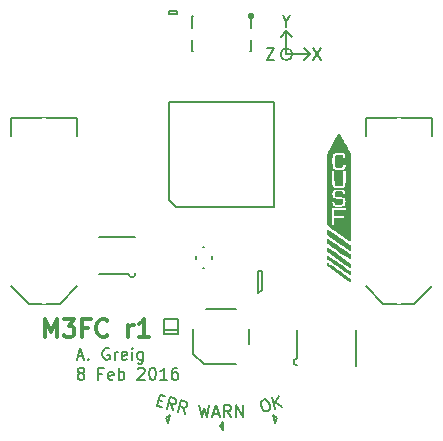
<source format=gto>
G04 #@! TF.FileFunction,Legend,Top*
%FSLAX46Y46*%
G04 Gerber Fmt 4.6, Leading zero omitted, Abs format (unit mm)*
G04 Created by KiCad (PCBNEW 4.1.0-alpha+201605071002+6776~44~ubuntu14.04.1-product) date Sun 26 Jun 2016 15:59:29 BST*
%MOMM*%
%LPD*%
G01*
G04 APERTURE LIST*
%ADD10C,0.100000*%
%ADD11C,0.200000*%
%ADD12C,0.300000*%
%ADD13C,0.150000*%
%ADD14R,0.620000X0.620000*%
%ADD15R,1.000000X0.950000*%
%ADD16R,0.950000X1.000000*%
%ADD17R,0.650000X0.350000*%
%ADD18R,0.802000X0.802000*%
%ADD19R,0.550000X1.545000*%
%ADD20R,1.545000X0.550000*%
%ADD21R,0.600000X1.100000*%
%ADD22C,0.787000*%
%ADD23C,1.000000*%
%ADD24R,1.000000X0.600000*%
%ADD25R,2.920000X0.740000*%
%ADD26C,1.200000*%
%ADD27R,0.300000X1.500000*%
%ADD28R,1.500000X0.300000*%
%ADD29R,0.850000X0.950000*%
%ADD30R,1.400000X1.700000*%
%ADD31R,0.500000X0.900000*%
G04 APERTURE END LIST*
D10*
D11*
X103483309Y-116025099D02*
X103667295Y-115975800D01*
X103771613Y-115997147D01*
X103888255Y-116064491D01*
X103983551Y-116236152D01*
X104069824Y-116558127D01*
X104073126Y-116754438D01*
X104005783Y-116871080D01*
X103926114Y-116941726D01*
X103742128Y-116991025D01*
X103637811Y-116969678D01*
X103521168Y-116902334D01*
X103425873Y-116730673D01*
X103339600Y-116408698D01*
X103336298Y-116212387D01*
X103403641Y-116095745D01*
X103483309Y-116025099D01*
X104570065Y-116769180D02*
X104311246Y-115803254D01*
X105122022Y-116621283D02*
X104560158Y-116180248D01*
X104863203Y-115655358D02*
X104459142Y-116355212D01*
X98119047Y-116452380D02*
X98357142Y-117452380D01*
X98547619Y-116738095D01*
X98738095Y-117452380D01*
X98976190Y-116452380D01*
X99309523Y-117166666D02*
X99785714Y-117166666D01*
X99214285Y-117452380D02*
X99547619Y-116452380D01*
X99880952Y-117452380D01*
X100785714Y-117452380D02*
X100452380Y-116976190D01*
X100214285Y-117452380D02*
X100214285Y-116452380D01*
X100595238Y-116452380D01*
X100690476Y-116500000D01*
X100738095Y-116547619D01*
X100785714Y-116642857D01*
X100785714Y-116785714D01*
X100738095Y-116880952D01*
X100690476Y-116928571D01*
X100595238Y-116976190D01*
X100214285Y-116976190D01*
X101214285Y-117452380D02*
X101214285Y-116452380D01*
X101785714Y-117452380D01*
X101785714Y-116452380D01*
X94645577Y-116016725D02*
X94967552Y-116102998D01*
X94969969Y-116645933D02*
X94510005Y-116522686D01*
X94768824Y-115556760D01*
X95228788Y-115680007D01*
X95935895Y-116904752D02*
X95737167Y-116358514D01*
X95383938Y-116756855D02*
X95642757Y-115790929D01*
X96010728Y-115889527D01*
X96090397Y-115960173D01*
X96124068Y-116018494D01*
X96145415Y-116122812D01*
X96108441Y-116260801D01*
X96037795Y-116340470D01*
X95979474Y-116374141D01*
X95875157Y-116395488D01*
X95507185Y-116296891D01*
X96901821Y-117163571D02*
X96703093Y-116617333D01*
X96349863Y-117015674D02*
X96608683Y-116049749D01*
X96976654Y-116148346D01*
X97056322Y-116218992D01*
X97089994Y-116277313D01*
X97111341Y-116381631D01*
X97074367Y-116519620D01*
X97003721Y-116599289D01*
X96945400Y-116632960D01*
X96841082Y-116654307D01*
X96473111Y-116555710D01*
X103810476Y-86202380D02*
X104477142Y-86202380D01*
X103810476Y-87202380D01*
X104477142Y-87202380D01*
X105500000Y-83976190D02*
X105500000Y-84452380D01*
X105166666Y-83452380D02*
X105500000Y-83976190D01*
X105833333Y-83452380D01*
X107772857Y-86202380D02*
X108439523Y-87202380D01*
X108439523Y-86202380D02*
X107772857Y-87202380D01*
X106000000Y-86750000D02*
G75*
G03X106000000Y-86750000I-500000J0D01*
G01*
X105500000Y-84750000D02*
X106000000Y-85250000D01*
X105500000Y-84750000D02*
X105000000Y-85250000D01*
X105500000Y-86750000D02*
X105500000Y-84750000D01*
X107500000Y-86750000D02*
X107000000Y-87250000D01*
X107500000Y-86750000D02*
X107000000Y-86250000D01*
X105500000Y-86750000D02*
X107500000Y-86750000D01*
X87820476Y-112316666D02*
X88296666Y-112316666D01*
X87725238Y-112602380D02*
X88058571Y-111602380D01*
X88391904Y-112602380D01*
X88725238Y-112507142D02*
X88772857Y-112554761D01*
X88725238Y-112602380D01*
X88677619Y-112554761D01*
X88725238Y-112507142D01*
X88725238Y-112602380D01*
X90487142Y-111650000D02*
X90391904Y-111602380D01*
X90249047Y-111602380D01*
X90106190Y-111650000D01*
X90010952Y-111745238D01*
X89963333Y-111840476D01*
X89915714Y-112030952D01*
X89915714Y-112173809D01*
X89963333Y-112364285D01*
X90010952Y-112459523D01*
X90106190Y-112554761D01*
X90249047Y-112602380D01*
X90344285Y-112602380D01*
X90487142Y-112554761D01*
X90534761Y-112507142D01*
X90534761Y-112173809D01*
X90344285Y-112173809D01*
X90963333Y-112602380D02*
X90963333Y-111935714D01*
X90963333Y-112126190D02*
X91010952Y-112030952D01*
X91058571Y-111983333D01*
X91153809Y-111935714D01*
X91249047Y-111935714D01*
X91963333Y-112554761D02*
X91868095Y-112602380D01*
X91677619Y-112602380D01*
X91582380Y-112554761D01*
X91534761Y-112459523D01*
X91534761Y-112078571D01*
X91582380Y-111983333D01*
X91677619Y-111935714D01*
X91868095Y-111935714D01*
X91963333Y-111983333D01*
X92010952Y-112078571D01*
X92010952Y-112173809D01*
X91534761Y-112269047D01*
X92439523Y-112602380D02*
X92439523Y-111935714D01*
X92439523Y-111602380D02*
X92391904Y-111650000D01*
X92439523Y-111697619D01*
X92487142Y-111650000D01*
X92439523Y-111602380D01*
X92439523Y-111697619D01*
X93344285Y-111935714D02*
X93344285Y-112745238D01*
X93296666Y-112840476D01*
X93249047Y-112888095D01*
X93153809Y-112935714D01*
X93010952Y-112935714D01*
X92915714Y-112888095D01*
X93344285Y-112554761D02*
X93249047Y-112602380D01*
X93058571Y-112602380D01*
X92963333Y-112554761D01*
X92915714Y-112507142D01*
X92868095Y-112411904D01*
X92868095Y-112126190D01*
X92915714Y-112030952D01*
X92963333Y-111983333D01*
X93058571Y-111935714D01*
X93249047Y-111935714D01*
X93344285Y-111983333D01*
X88010952Y-113730952D02*
X87915714Y-113683333D01*
X87868095Y-113635714D01*
X87820476Y-113540476D01*
X87820476Y-113492857D01*
X87868095Y-113397619D01*
X87915714Y-113350000D01*
X88010952Y-113302380D01*
X88201428Y-113302380D01*
X88296666Y-113350000D01*
X88344285Y-113397619D01*
X88391904Y-113492857D01*
X88391904Y-113540476D01*
X88344285Y-113635714D01*
X88296666Y-113683333D01*
X88201428Y-113730952D01*
X88010952Y-113730952D01*
X87915714Y-113778571D01*
X87868095Y-113826190D01*
X87820476Y-113921428D01*
X87820476Y-114111904D01*
X87868095Y-114207142D01*
X87915714Y-114254761D01*
X88010952Y-114302380D01*
X88201428Y-114302380D01*
X88296666Y-114254761D01*
X88344285Y-114207142D01*
X88391904Y-114111904D01*
X88391904Y-113921428D01*
X88344285Y-113826190D01*
X88296666Y-113778571D01*
X88201428Y-113730952D01*
X89915714Y-113778571D02*
X89582380Y-113778571D01*
X89582380Y-114302380D02*
X89582380Y-113302380D01*
X90058571Y-113302380D01*
X90820476Y-114254761D02*
X90725238Y-114302380D01*
X90534761Y-114302380D01*
X90439523Y-114254761D01*
X90391904Y-114159523D01*
X90391904Y-113778571D01*
X90439523Y-113683333D01*
X90534761Y-113635714D01*
X90725238Y-113635714D01*
X90820476Y-113683333D01*
X90868095Y-113778571D01*
X90868095Y-113873809D01*
X90391904Y-113969047D01*
X91296666Y-114302380D02*
X91296666Y-113302380D01*
X91296666Y-113683333D02*
X91391904Y-113635714D01*
X91582380Y-113635714D01*
X91677619Y-113683333D01*
X91725238Y-113730952D01*
X91772857Y-113826190D01*
X91772857Y-114111904D01*
X91725238Y-114207142D01*
X91677619Y-114254761D01*
X91582380Y-114302380D01*
X91391904Y-114302380D01*
X91296666Y-114254761D01*
X92915714Y-113397619D02*
X92963333Y-113350000D01*
X93058571Y-113302380D01*
X93296666Y-113302380D01*
X93391904Y-113350000D01*
X93439523Y-113397619D01*
X93487142Y-113492857D01*
X93487142Y-113588095D01*
X93439523Y-113730952D01*
X92868095Y-114302380D01*
X93487142Y-114302380D01*
X94106190Y-113302380D02*
X94201428Y-113302380D01*
X94296666Y-113350000D01*
X94344285Y-113397619D01*
X94391904Y-113492857D01*
X94439523Y-113683333D01*
X94439523Y-113921428D01*
X94391904Y-114111904D01*
X94344285Y-114207142D01*
X94296666Y-114254761D01*
X94201428Y-114302380D01*
X94106190Y-114302380D01*
X94010952Y-114254761D01*
X93963333Y-114207142D01*
X93915714Y-114111904D01*
X93868095Y-113921428D01*
X93868095Y-113683333D01*
X93915714Y-113492857D01*
X93963333Y-113397619D01*
X94010952Y-113350000D01*
X94106190Y-113302380D01*
X95391904Y-114302380D02*
X94820476Y-114302380D01*
X95106190Y-114302380D02*
X95106190Y-113302380D01*
X95010952Y-113445238D01*
X94915714Y-113540476D01*
X94820476Y-113588095D01*
X96249047Y-113302380D02*
X96058571Y-113302380D01*
X95963333Y-113350000D01*
X95915714Y-113397619D01*
X95820476Y-113540476D01*
X95772857Y-113730952D01*
X95772857Y-114111904D01*
X95820476Y-114207142D01*
X95868095Y-114254761D01*
X95963333Y-114302380D01*
X96153809Y-114302380D01*
X96249047Y-114254761D01*
X96296666Y-114207142D01*
X96344285Y-114111904D01*
X96344285Y-113873809D01*
X96296666Y-113778571D01*
X96249047Y-113730952D01*
X96153809Y-113683333D01*
X95963333Y-113683333D01*
X95868095Y-113730952D01*
X95820476Y-113778571D01*
X95772857Y-113873809D01*
D12*
X85052142Y-110678571D02*
X85052142Y-109178571D01*
X85552142Y-110250000D01*
X86052142Y-109178571D01*
X86052142Y-110678571D01*
X86623571Y-109178571D02*
X87552142Y-109178571D01*
X87052142Y-109750000D01*
X87266428Y-109750000D01*
X87409285Y-109821428D01*
X87480714Y-109892857D01*
X87552142Y-110035714D01*
X87552142Y-110392857D01*
X87480714Y-110535714D01*
X87409285Y-110607142D01*
X87266428Y-110678571D01*
X86837857Y-110678571D01*
X86695000Y-110607142D01*
X86623571Y-110535714D01*
X88695000Y-109892857D02*
X88195000Y-109892857D01*
X88195000Y-110678571D02*
X88195000Y-109178571D01*
X88909285Y-109178571D01*
X90337857Y-110535714D02*
X90266428Y-110607142D01*
X90052142Y-110678571D01*
X89909285Y-110678571D01*
X89695000Y-110607142D01*
X89552142Y-110464285D01*
X89480714Y-110321428D01*
X89409285Y-110035714D01*
X89409285Y-109821428D01*
X89480714Y-109535714D01*
X89552142Y-109392857D01*
X89695000Y-109250000D01*
X89909285Y-109178571D01*
X90052142Y-109178571D01*
X90266428Y-109250000D01*
X90337857Y-109321428D01*
X92123571Y-110678571D02*
X92123571Y-109678571D01*
X92123571Y-109964285D02*
X92195000Y-109821428D01*
X92266428Y-109750000D01*
X92409285Y-109678571D01*
X92552142Y-109678571D01*
X93837857Y-110678571D02*
X92980714Y-110678571D01*
X93409285Y-110678571D02*
X93409285Y-109178571D01*
X93266428Y-109392857D01*
X93123571Y-109535714D01*
X92980714Y-109607142D01*
D13*
X96225000Y-83075000D02*
X96225000Y-83325000D01*
X96225000Y-83325000D02*
X95575000Y-83325000D01*
X95575000Y-83325000D02*
X95575000Y-83075000D01*
X95575000Y-83075000D02*
X96225000Y-83075000D01*
X95279259Y-117567648D02*
X95604857Y-117318426D01*
X95279259Y-117567648D02*
X95436625Y-117946278D01*
X95604857Y-117318426D02*
X95436625Y-117946278D01*
X99875000Y-118200000D02*
X100125000Y-117875000D01*
X99875000Y-118200000D02*
X100125000Y-118525000D01*
X100125000Y-117875000D02*
X100125000Y-118525000D01*
X104720741Y-117567648D02*
X104563375Y-117946278D01*
X104720741Y-117567648D02*
X104395143Y-117318426D01*
X104563375Y-117946278D02*
X104395143Y-117318426D01*
X92100000Y-105325000D02*
X89600000Y-105325000D01*
X92700000Y-102225000D02*
X89600000Y-102225000D01*
X92100000Y-105325000D02*
G75*
G03X92700000Y-105325000I300000J0D01*
G01*
X102700000Y-83500000D02*
G75*
G03X102700000Y-83500000I-200000J0D01*
G01*
X102600000Y-83500000D02*
G75*
G03X102600000Y-83500000I-100000J0D01*
G01*
X102500000Y-83500000D02*
X102400000Y-83500000D01*
X97500000Y-83500000D02*
X97600000Y-83500000D01*
X97500000Y-86500000D02*
X97600000Y-86500000D01*
X102500000Y-86500000D02*
X102400000Y-86500000D01*
X97500000Y-85500000D02*
X97500000Y-86500000D01*
X97500000Y-83500000D02*
X97500000Y-84500000D01*
X102500000Y-85500000D02*
X102500000Y-86500000D01*
X102500000Y-83500000D02*
X102500000Y-84500000D01*
X106400000Y-112500000D02*
X106400000Y-110100000D01*
X111400000Y-113100000D02*
X111400000Y-110100000D01*
X106400000Y-112500000D02*
G75*
G03X106400000Y-113100000I0J-300000D01*
G01*
X103100000Y-107000000D02*
X103100000Y-107000000D01*
X103100000Y-107000000D02*
X103100000Y-105100000D01*
X103100000Y-105100000D02*
X103400000Y-105100000D01*
X103400000Y-105100000D02*
X103400000Y-106700000D01*
X103400000Y-106700000D02*
X103100000Y-107000000D01*
X117785000Y-93635000D02*
X117785000Y-92135000D01*
X117785000Y-92135000D02*
X112215000Y-92135000D01*
X112215000Y-92135000D02*
X112215000Y-93635000D01*
X112215000Y-106365000D02*
X113715000Y-107865000D01*
X113715000Y-107865000D02*
X116285000Y-107865000D01*
X116285000Y-107865000D02*
X117785000Y-106365000D01*
X95550000Y-99050000D02*
X95550000Y-90750000D01*
X95550000Y-90750000D02*
X104450000Y-90750000D01*
X104450000Y-90750000D02*
X104450000Y-99650000D01*
X104450000Y-99650000D02*
X96150000Y-99650000D01*
X96150000Y-99650000D02*
X95550000Y-99050000D01*
X87785000Y-93635000D02*
X87785000Y-92135000D01*
X87785000Y-92135000D02*
X82215000Y-92135000D01*
X82215000Y-92135000D02*
X82215000Y-93635000D01*
X82215000Y-106365000D02*
X83715000Y-107865000D01*
X83715000Y-107865000D02*
X86285000Y-107865000D01*
X86285000Y-107865000D02*
X87785000Y-106365000D01*
X98450000Y-104850000D02*
X98550000Y-104850000D01*
X97800000Y-103800000D02*
X97800000Y-104100000D01*
X98450000Y-103050000D02*
X98550000Y-103050000D01*
X99200000Y-103800000D02*
X99200000Y-104100000D01*
X101250000Y-108300000D02*
X98650000Y-108300000D01*
X102300000Y-111250000D02*
X102300000Y-110050000D01*
X97600000Y-112100000D02*
X97600000Y-110050000D01*
X98500000Y-113000000D02*
X97600000Y-112100000D01*
X101250000Y-113000000D02*
X98500000Y-113000000D01*
X95150000Y-110450000D02*
X95150000Y-109150000D01*
X95150000Y-109150000D02*
X96350000Y-109150000D01*
X96350000Y-109150000D02*
X96350000Y-110450000D01*
X96350000Y-110450000D02*
X95150000Y-110450000D01*
X95150000Y-110125000D02*
X96350000Y-110125000D01*
D10*
G36*
X110895736Y-105838875D02*
X110893366Y-105887746D01*
X110872523Y-105918489D01*
X110854842Y-105923000D01*
X110830121Y-105911207D01*
X110774208Y-105877355D01*
X110690543Y-105823733D01*
X110582563Y-105752633D01*
X110453707Y-105666343D01*
X110307414Y-105567155D01*
X110147121Y-105457357D01*
X109976267Y-105339240D01*
X109928800Y-105306240D01*
X109754527Y-105184672D01*
X109589338Y-105068944D01*
X109436790Y-104961580D01*
X109300440Y-104865108D01*
X109183844Y-104782054D01*
X109090559Y-104714943D01*
X109024142Y-104666302D01*
X108988149Y-104638657D01*
X108984542Y-104635530D01*
X108938296Y-104573875D01*
X108926334Y-104508989D01*
X108929800Y-104460576D01*
X108945620Y-104443531D01*
X108974288Y-104445565D01*
X108998883Y-104458810D01*
X109054107Y-104493668D01*
X109135971Y-104547387D01*
X109240488Y-104617211D01*
X109363669Y-104700388D01*
X109501526Y-104794163D01*
X109650070Y-104895783D01*
X109805314Y-105002495D01*
X109963270Y-105111543D01*
X110119948Y-105220175D01*
X110271361Y-105325637D01*
X110413521Y-105425175D01*
X110542440Y-105516035D01*
X110654128Y-105595464D01*
X110744598Y-105660707D01*
X110809862Y-105709012D01*
X110845932Y-105737623D01*
X110847209Y-105738770D01*
X110880170Y-105784882D01*
X110895736Y-105838875D01*
X110895736Y-105838875D01*
X110895736Y-105838875D01*
G37*
X110895736Y-105838875D02*
X110893366Y-105887746D01*
X110872523Y-105918489D01*
X110854842Y-105923000D01*
X110830121Y-105911207D01*
X110774208Y-105877355D01*
X110690543Y-105823733D01*
X110582563Y-105752633D01*
X110453707Y-105666343D01*
X110307414Y-105567155D01*
X110147121Y-105457357D01*
X109976267Y-105339240D01*
X109928800Y-105306240D01*
X109754527Y-105184672D01*
X109589338Y-105068944D01*
X109436790Y-104961580D01*
X109300440Y-104865108D01*
X109183844Y-104782054D01*
X109090559Y-104714943D01*
X109024142Y-104666302D01*
X108988149Y-104638657D01*
X108984542Y-104635530D01*
X108938296Y-104573875D01*
X108926334Y-104508989D01*
X108929800Y-104460576D01*
X108945620Y-104443531D01*
X108974288Y-104445565D01*
X108998883Y-104458810D01*
X109054107Y-104493668D01*
X109135971Y-104547387D01*
X109240488Y-104617211D01*
X109363669Y-104700388D01*
X109501526Y-104794163D01*
X109650070Y-104895783D01*
X109805314Y-105002495D01*
X109963270Y-105111543D01*
X110119948Y-105220175D01*
X110271361Y-105325637D01*
X110413521Y-105425175D01*
X110542440Y-105516035D01*
X110654128Y-105595464D01*
X110744598Y-105660707D01*
X110809862Y-105709012D01*
X110845932Y-105737623D01*
X110847209Y-105738770D01*
X110880170Y-105784882D01*
X110895736Y-105838875D01*
X110895736Y-105838875D01*
G36*
X110896748Y-105294801D02*
X110883434Y-105336726D01*
X110857253Y-105351500D01*
X110833072Y-105339695D01*
X110777671Y-105305795D01*
X110694447Y-105252075D01*
X110586797Y-105180809D01*
X110458118Y-105094270D01*
X110311806Y-104994732D01*
X110151259Y-104884469D01*
X109979873Y-104765756D01*
X109920628Y-104724494D01*
X109745603Y-104602236D01*
X109580001Y-104486186D01*
X109427289Y-104378802D01*
X109290936Y-104282539D01*
X109174410Y-104199853D01*
X109081180Y-104133202D01*
X109014714Y-104085041D01*
X108978480Y-104057826D01*
X108973959Y-104054055D01*
X108944669Y-104010728D01*
X108927541Y-103953450D01*
X108923346Y-103895206D01*
X108932852Y-103848978D01*
X108956834Y-103827751D01*
X108960508Y-103827500D01*
X108983315Y-103839257D01*
X109036766Y-103872714D01*
X109116927Y-103925147D01*
X109219864Y-103993835D01*
X109341641Y-104076054D01*
X109478326Y-104169082D01*
X109625982Y-104270196D01*
X109780677Y-104376674D01*
X109938476Y-104485792D01*
X110095444Y-104594828D01*
X110247647Y-104701060D01*
X110391151Y-104801765D01*
X110522021Y-104894219D01*
X110636324Y-104975701D01*
X110730124Y-105043488D01*
X110799488Y-105094856D01*
X110840480Y-105127085D01*
X110847209Y-105133151D01*
X110878047Y-105180230D01*
X110894756Y-105238374D01*
X110896748Y-105294801D01*
X110896748Y-105294801D01*
X110896748Y-105294801D01*
G37*
X110896748Y-105294801D02*
X110883434Y-105336726D01*
X110857253Y-105351500D01*
X110833072Y-105339695D01*
X110777671Y-105305795D01*
X110694447Y-105252075D01*
X110586797Y-105180809D01*
X110458118Y-105094270D01*
X110311806Y-104994732D01*
X110151259Y-104884469D01*
X109979873Y-104765756D01*
X109920628Y-104724494D01*
X109745603Y-104602236D01*
X109580001Y-104486186D01*
X109427289Y-104378802D01*
X109290936Y-104282539D01*
X109174410Y-104199853D01*
X109081180Y-104133202D01*
X109014714Y-104085041D01*
X108978480Y-104057826D01*
X108973959Y-104054055D01*
X108944669Y-104010728D01*
X108927541Y-103953450D01*
X108923346Y-103895206D01*
X108932852Y-103848978D01*
X108956834Y-103827751D01*
X108960508Y-103827500D01*
X108983315Y-103839257D01*
X109036766Y-103872714D01*
X109116927Y-103925147D01*
X109219864Y-103993835D01*
X109341641Y-104076054D01*
X109478326Y-104169082D01*
X109625982Y-104270196D01*
X109780677Y-104376674D01*
X109938476Y-104485792D01*
X110095444Y-104594828D01*
X110247647Y-104701060D01*
X110391151Y-104801765D01*
X110522021Y-104894219D01*
X110636324Y-104975701D01*
X110730124Y-105043488D01*
X110799488Y-105094856D01*
X110840480Y-105127085D01*
X110847209Y-105133151D01*
X110878047Y-105180230D01*
X110894756Y-105238374D01*
X110896748Y-105294801D01*
X110896748Y-105294801D01*
G36*
X110894834Y-104625960D02*
X110892604Y-104692050D01*
X110883617Y-104725823D01*
X110864423Y-104737161D01*
X110855856Y-104737667D01*
X110831394Y-104725859D01*
X110775726Y-104691954D01*
X110692258Y-104638228D01*
X110584395Y-104566958D01*
X110455543Y-104480421D01*
X110309109Y-104380891D01*
X110148499Y-104270647D01*
X109977118Y-104151965D01*
X109919231Y-104111651D01*
X109744292Y-103989432D01*
X109578747Y-103873358D01*
X109426074Y-103765897D01*
X109289748Y-103669514D01*
X109173246Y-103586676D01*
X109080046Y-103519850D01*
X109013623Y-103471503D01*
X108977456Y-103444102D01*
X108973038Y-103440346D01*
X108944389Y-103406540D01*
X108931232Y-103365392D01*
X108929624Y-103301774D01*
X108930705Y-103277904D01*
X108936162Y-103210443D01*
X108946180Y-103175413D01*
X108965065Y-103162911D01*
X108981081Y-103162059D01*
X109006579Y-103174166D01*
X109062554Y-103208120D01*
X109145032Y-103261161D01*
X109250040Y-103330532D01*
X109373606Y-103413472D01*
X109511756Y-103507225D01*
X109660519Y-103609030D01*
X109815920Y-103716130D01*
X109973989Y-103825765D01*
X110130751Y-103935178D01*
X110282233Y-104041609D01*
X110424464Y-104142300D01*
X110553471Y-104234492D01*
X110665280Y-104315426D01*
X110755919Y-104382344D01*
X110821415Y-104432487D01*
X110857795Y-104463097D01*
X110863054Y-104468881D01*
X110883116Y-104520395D01*
X110893914Y-104595912D01*
X110894834Y-104625960D01*
X110894834Y-104625960D01*
X110894834Y-104625960D01*
G37*
X110894834Y-104625960D02*
X110892604Y-104692050D01*
X110883617Y-104725823D01*
X110864423Y-104737161D01*
X110855856Y-104737667D01*
X110831394Y-104725859D01*
X110775726Y-104691954D01*
X110692258Y-104638228D01*
X110584395Y-104566958D01*
X110455543Y-104480421D01*
X110309109Y-104380891D01*
X110148499Y-104270647D01*
X109977118Y-104151965D01*
X109919231Y-104111651D01*
X109744292Y-103989432D01*
X109578747Y-103873358D01*
X109426074Y-103765897D01*
X109289748Y-103669514D01*
X109173246Y-103586676D01*
X109080046Y-103519850D01*
X109013623Y-103471503D01*
X108977456Y-103444102D01*
X108973038Y-103440346D01*
X108944389Y-103406540D01*
X108931232Y-103365392D01*
X108929624Y-103301774D01*
X108930705Y-103277904D01*
X108936162Y-103210443D01*
X108946180Y-103175413D01*
X108965065Y-103162911D01*
X108981081Y-103162059D01*
X109006579Y-103174166D01*
X109062554Y-103208120D01*
X109145032Y-103261161D01*
X109250040Y-103330532D01*
X109373606Y-103413472D01*
X109511756Y-103507225D01*
X109660519Y-103609030D01*
X109815920Y-103716130D01*
X109973989Y-103825765D01*
X110130751Y-103935178D01*
X110282233Y-104041609D01*
X110424464Y-104142300D01*
X110553471Y-104234492D01*
X110665280Y-104315426D01*
X110755919Y-104382344D01*
X110821415Y-104432487D01*
X110857795Y-104463097D01*
X110863054Y-104468881D01*
X110883116Y-104520395D01*
X110893914Y-104595912D01*
X110894834Y-104625960D01*
X110894834Y-104625960D01*
G36*
X110892199Y-103813405D02*
X110890412Y-103889997D01*
X110890400Y-103890272D01*
X110884093Y-103970389D01*
X110872762Y-104015715D01*
X110854411Y-104033683D01*
X110851719Y-104034339D01*
X110828535Y-104023757D01*
X110774105Y-103991054D01*
X110691802Y-103938476D01*
X110585000Y-103868269D01*
X110457070Y-103782678D01*
X110311387Y-103683947D01*
X110151323Y-103574322D01*
X109980250Y-103456048D01*
X109920386Y-103414408D01*
X109745256Y-103292031D01*
X109579565Y-103175523D01*
X109426790Y-103067378D01*
X109290408Y-102970093D01*
X109173895Y-102886161D01*
X109080728Y-102818078D01*
X109014383Y-102768339D01*
X108978338Y-102739438D01*
X108973959Y-102735211D01*
X108945110Y-102693263D01*
X108930573Y-102640578D01*
X108926347Y-102562070D01*
X108926334Y-102555655D01*
X108931688Y-102471067D01*
X108949559Y-102424355D01*
X108982654Y-102412216D01*
X109029906Y-102429290D01*
X109061414Y-102449033D01*
X109123029Y-102490191D01*
X109210602Y-102549854D01*
X109319985Y-102625113D01*
X109447028Y-102713058D01*
X109587584Y-102810780D01*
X109737504Y-102915370D01*
X109892638Y-103023918D01*
X110048839Y-103133514D01*
X110201958Y-103241250D01*
X110347845Y-103344215D01*
X110482353Y-103439501D01*
X110601334Y-103524198D01*
X110700637Y-103595396D01*
X110776115Y-103650187D01*
X110823619Y-103685661D01*
X110837483Y-103696937D01*
X110869553Y-103730826D01*
X110886519Y-103764998D01*
X110892199Y-103813405D01*
X110892199Y-103813405D01*
X110892199Y-103813405D01*
G37*
X110892199Y-103813405D02*
X110890412Y-103889997D01*
X110890400Y-103890272D01*
X110884093Y-103970389D01*
X110872762Y-104015715D01*
X110854411Y-104033683D01*
X110851719Y-104034339D01*
X110828535Y-104023757D01*
X110774105Y-103991054D01*
X110691802Y-103938476D01*
X110585000Y-103868269D01*
X110457070Y-103782678D01*
X110311387Y-103683947D01*
X110151323Y-103574322D01*
X109980250Y-103456048D01*
X109920386Y-103414408D01*
X109745256Y-103292031D01*
X109579565Y-103175523D01*
X109426790Y-103067378D01*
X109290408Y-102970093D01*
X109173895Y-102886161D01*
X109080728Y-102818078D01*
X109014383Y-102768339D01*
X108978338Y-102739438D01*
X108973959Y-102735211D01*
X108945110Y-102693263D01*
X108930573Y-102640578D01*
X108926347Y-102562070D01*
X108926334Y-102555655D01*
X108931688Y-102471067D01*
X108949559Y-102424355D01*
X108982654Y-102412216D01*
X109029906Y-102429290D01*
X109061414Y-102449033D01*
X109123029Y-102490191D01*
X109210602Y-102549854D01*
X109319985Y-102625113D01*
X109447028Y-102713058D01*
X109587584Y-102810780D01*
X109737504Y-102915370D01*
X109892638Y-103023918D01*
X110048839Y-103133514D01*
X110201958Y-103241250D01*
X110347845Y-103344215D01*
X110482353Y-103439501D01*
X110601334Y-103524198D01*
X110700637Y-103595396D01*
X110776115Y-103650187D01*
X110823619Y-103685661D01*
X110837483Y-103696937D01*
X110869553Y-103730826D01*
X110886519Y-103764998D01*
X110892199Y-103813405D01*
X110892199Y-103813405D01*
G36*
X110892455Y-103063004D02*
X110890416Y-103131445D01*
X110884431Y-103221917D01*
X110874470Y-103284698D01*
X110861685Y-103312798D01*
X110860424Y-103313391D01*
X110833054Y-103305780D01*
X110781077Y-103278623D01*
X110714195Y-103237173D01*
X110691091Y-103221655D01*
X110483644Y-103079206D01*
X110277312Y-102936717D01*
X110075343Y-102796486D01*
X109880983Y-102660811D01*
X109697481Y-102531988D01*
X109528083Y-102412316D01*
X109376037Y-102304091D01*
X109244590Y-102209612D01*
X109136990Y-102131175D01*
X109056484Y-102071078D01*
X109006320Y-102031619D01*
X108995125Y-102021796D01*
X108960428Y-101986494D01*
X108939927Y-101953934D01*
X108929898Y-101911636D01*
X108926615Y-101847124D01*
X108926334Y-101791348D01*
X108927070Y-101708540D01*
X108930955Y-101659385D01*
X108940499Y-101635205D01*
X108958213Y-101627325D01*
X108973959Y-101626812D01*
X108998170Y-101638643D01*
X109053016Y-101672108D01*
X109134510Y-101724471D01*
X109238671Y-101793000D01*
X109361514Y-101874959D01*
X109499055Y-101967614D01*
X109647312Y-102068231D01*
X109802301Y-102174075D01*
X109960037Y-102282413D01*
X110116538Y-102390509D01*
X110267820Y-102495630D01*
X110409899Y-102595042D01*
X110538791Y-102686008D01*
X110650514Y-102765797D01*
X110741083Y-102831672D01*
X110806515Y-102880900D01*
X110837500Y-102905949D01*
X110866549Y-102933609D01*
X110883641Y-102961543D01*
X110891400Y-103000943D01*
X110892455Y-103063004D01*
X110892455Y-103063004D01*
X110892455Y-103063004D01*
G37*
X110892455Y-103063004D02*
X110890416Y-103131445D01*
X110884431Y-103221917D01*
X110874470Y-103284698D01*
X110861685Y-103312798D01*
X110860424Y-103313391D01*
X110833054Y-103305780D01*
X110781077Y-103278623D01*
X110714195Y-103237173D01*
X110691091Y-103221655D01*
X110483644Y-103079206D01*
X110277312Y-102936717D01*
X110075343Y-102796486D01*
X109880983Y-102660811D01*
X109697481Y-102531988D01*
X109528083Y-102412316D01*
X109376037Y-102304091D01*
X109244590Y-102209612D01*
X109136990Y-102131175D01*
X109056484Y-102071078D01*
X109006320Y-102031619D01*
X108995125Y-102021796D01*
X108960428Y-101986494D01*
X108939927Y-101953934D01*
X108929898Y-101911636D01*
X108926615Y-101847124D01*
X108926334Y-101791348D01*
X108927070Y-101708540D01*
X108930955Y-101659385D01*
X108940499Y-101635205D01*
X108958213Y-101627325D01*
X108973959Y-101626812D01*
X108998170Y-101638643D01*
X109053016Y-101672108D01*
X109134510Y-101724471D01*
X109238671Y-101793000D01*
X109361514Y-101874959D01*
X109499055Y-101967614D01*
X109647312Y-102068231D01*
X109802301Y-102174075D01*
X109960037Y-102282413D01*
X110116538Y-102390509D01*
X110267820Y-102495630D01*
X110409899Y-102595042D01*
X110538791Y-102686008D01*
X110650514Y-102765797D01*
X110741083Y-102831672D01*
X110806515Y-102880900D01*
X110837500Y-102905949D01*
X110866549Y-102933609D01*
X110883641Y-102961543D01*
X110891400Y-103000943D01*
X110892455Y-103063004D01*
X110892455Y-103063004D01*
G36*
X110894954Y-95187874D02*
X110889602Y-98835645D01*
X110888922Y-99296080D01*
X110888277Y-99716045D01*
X110887643Y-100097406D01*
X110886995Y-100442026D01*
X110886311Y-100751770D01*
X110885564Y-101028502D01*
X110884730Y-101274087D01*
X110883786Y-101490388D01*
X110882707Y-101679271D01*
X110881469Y-101842598D01*
X110880047Y-101982235D01*
X110878417Y-102100047D01*
X110876555Y-102197896D01*
X110874436Y-102277648D01*
X110872036Y-102341166D01*
X110869330Y-102390315D01*
X110866295Y-102426960D01*
X110862906Y-102452965D01*
X110859138Y-102470193D01*
X110854968Y-102480509D01*
X110850371Y-102485778D01*
X110845322Y-102487864D01*
X110841917Y-102488380D01*
X110814543Y-102477381D01*
X110754647Y-102442682D01*
X110663974Y-102385439D01*
X110544271Y-102306807D01*
X110519973Y-102290463D01*
X110519973Y-95995833D01*
X110379320Y-95995833D01*
X110238667Y-95995833D01*
X110238667Y-96068539D01*
X110226661Y-96165783D01*
X110192835Y-96237782D01*
X110156067Y-96269894D01*
X110096567Y-96288846D01*
X110010079Y-96301361D01*
X109911547Y-96306794D01*
X109815919Y-96304495D01*
X109738141Y-96293820D01*
X109720153Y-96288763D01*
X109674589Y-96268484D01*
X109639984Y-96238681D01*
X109614872Y-96193854D01*
X109597789Y-96128501D01*
X109587270Y-96037120D01*
X109581851Y-95914210D01*
X109580090Y-95762690D01*
X109581932Y-95599848D01*
X109589192Y-95474828D01*
X109602742Y-95383364D01*
X109623458Y-95321188D01*
X109652214Y-95284034D01*
X109681110Y-95269590D01*
X109773276Y-95248050D01*
X109854856Y-95239607D01*
X109947676Y-95242626D01*
X109990214Y-95246416D01*
X110094190Y-95262503D01*
X110162451Y-95289568D01*
X110201168Y-95332440D01*
X110216510Y-95395950D01*
X110217500Y-95424333D01*
X110217500Y-95509000D01*
X110357981Y-95509000D01*
X110498463Y-95509000D01*
X110487767Y-95375752D01*
X110470581Y-95257841D01*
X110437310Y-95167074D01*
X110383476Y-95100415D01*
X110304605Y-95054829D01*
X110196219Y-95027282D01*
X110053842Y-95014739D01*
X109952917Y-95013145D01*
X109775624Y-95018981D01*
X109634684Y-95036939D01*
X109525330Y-95069090D01*
X109442793Y-95117503D01*
X109382303Y-95184249D01*
X109339092Y-95271399D01*
X109335591Y-95281163D01*
X109314973Y-95370234D01*
X109301861Y-95490487D01*
X109295889Y-95632268D01*
X109296692Y-95785918D01*
X109303904Y-95941780D01*
X109317159Y-96090198D01*
X109336091Y-96221514D01*
X109360337Y-96326071D01*
X109376845Y-96370990D01*
X109422365Y-96427881D01*
X109498483Y-96478321D01*
X109593467Y-96515206D01*
X109628733Y-96523547D01*
X109733871Y-96536948D01*
X109863168Y-96542825D01*
X109999129Y-96541193D01*
X110124259Y-96532068D01*
X110186727Y-96523028D01*
X110265280Y-96505396D01*
X110334836Y-96484531D01*
X110367677Y-96471044D01*
X110428915Y-96415934D01*
X110473981Y-96323307D01*
X110502049Y-96195103D01*
X110507603Y-96143390D01*
X110519973Y-95995833D01*
X110519973Y-102290463D01*
X110518120Y-102289217D01*
X110518120Y-96567333D01*
X110378393Y-96567333D01*
X110238667Y-96567333D01*
X110237745Y-97080625D01*
X110236650Y-97274004D01*
X110233839Y-97429581D01*
X110228872Y-97551868D01*
X110221308Y-97645378D01*
X110210709Y-97714623D01*
X110196632Y-97764114D01*
X110178640Y-97798364D01*
X110166312Y-97812947D01*
X110126703Y-97830743D01*
X110056521Y-97843029D01*
X109967143Y-97849787D01*
X109869947Y-97850996D01*
X109776308Y-97846638D01*
X109697604Y-97836692D01*
X109645210Y-97821141D01*
X109634661Y-97813853D01*
X109613572Y-97786242D01*
X109596843Y-97747101D01*
X109584008Y-97691788D01*
X109574597Y-97615658D01*
X109568143Y-97514069D01*
X109564179Y-97382376D01*
X109562236Y-97215936D01*
X109561838Y-97091208D01*
X109561334Y-96567333D01*
X109422073Y-96567333D01*
X109282813Y-96567333D01*
X109290176Y-97186458D01*
X109292742Y-97372457D01*
X109295721Y-97520933D01*
X109299398Y-97636695D01*
X109304059Y-97724553D01*
X109309989Y-97789317D01*
X109317473Y-97835797D01*
X109326795Y-97868802D01*
X109331265Y-97879667D01*
X109384924Y-97966172D01*
X109458794Y-98024558D01*
X109556029Y-98061423D01*
X109639105Y-98076079D01*
X109750571Y-98085338D01*
X109876814Y-98089073D01*
X110004219Y-98087155D01*
X110119171Y-98079456D01*
X110200583Y-98067508D01*
X110312066Y-98033412D01*
X110391262Y-97982303D01*
X110446869Y-97907779D01*
X110462507Y-97874648D01*
X110473915Y-97843022D01*
X110483059Y-97804537D01*
X110490287Y-97753987D01*
X110495950Y-97686169D01*
X110500396Y-97595879D01*
X110503974Y-97477913D01*
X110507034Y-97327067D01*
X110509391Y-97175875D01*
X110518120Y-96567333D01*
X110518120Y-102289217D01*
X110513834Y-102286334D01*
X110513834Y-99911667D01*
X110513834Y-99795250D01*
X110513834Y-99678833D01*
X110502885Y-99678833D01*
X110502885Y-99187994D01*
X110496344Y-99072183D01*
X110476036Y-98972717D01*
X110443535Y-98900686D01*
X110434519Y-98889188D01*
X110385633Y-98848123D01*
X110317233Y-98816583D01*
X110222492Y-98792456D01*
X110094587Y-98773629D01*
X110043502Y-98768175D01*
X109893023Y-98752912D01*
X109779471Y-98739419D01*
X109697647Y-98725284D01*
X109642354Y-98708091D01*
X109608391Y-98685428D01*
X109590560Y-98654878D01*
X109583663Y-98614029D01*
X109582501Y-98560466D01*
X109582500Y-98554096D01*
X109587897Y-98464702D01*
X109608729Y-98407112D01*
X109651961Y-98371652D01*
X109724556Y-98348651D01*
X109731490Y-98347134D01*
X109879522Y-98325757D01*
X110002417Y-98329486D01*
X110097509Y-98357354D01*
X110162129Y-98408394D01*
X110193613Y-98481640D01*
X110196334Y-98515662D01*
X110200799Y-98537876D01*
X110220344Y-98550361D01*
X110264191Y-98555831D01*
X110336878Y-98557000D01*
X110477423Y-98557000D01*
X110464990Y-98436537D01*
X110442122Y-98325687D01*
X110395978Y-98244030D01*
X110320424Y-98182049D01*
X110290218Y-98165417D01*
X110251303Y-98148326D01*
X110207719Y-98136474D01*
X110151062Y-98128949D01*
X110072928Y-98124839D01*
X109964914Y-98123233D01*
X109900000Y-98123083D01*
X109740230Y-98125444D01*
X109616648Y-98133750D01*
X109523307Y-98149840D01*
X109454261Y-98175549D01*
X109403565Y-98212715D01*
X109365271Y-98263176D01*
X109349273Y-98293231D01*
X109320734Y-98382892D01*
X109305378Y-98496213D01*
X109303655Y-98616480D01*
X109316016Y-98726980D01*
X109335745Y-98795691D01*
X109366460Y-98847839D01*
X109413501Y-98889685D01*
X109481701Y-98922813D01*
X109575894Y-98948809D01*
X109700911Y-98969258D01*
X109861585Y-98985746D01*
X109931750Y-98991212D01*
X110022823Y-99000713D01*
X110102133Y-99014132D01*
X110156910Y-99029116D01*
X110168886Y-99034890D01*
X110209907Y-99083547D01*
X110230261Y-99154864D01*
X110231053Y-99235973D01*
X110213384Y-99314006D01*
X110178357Y-99376094D01*
X110137059Y-99406237D01*
X110091968Y-99414865D01*
X110016739Y-99420419D01*
X109923499Y-99422242D01*
X109861052Y-99421182D01*
X109761150Y-99417238D01*
X109694450Y-99411643D01*
X109651825Y-99402394D01*
X109624144Y-99387487D01*
X109602278Y-99364919D01*
X109601760Y-99364280D01*
X109572957Y-99307153D01*
X109561334Y-99242572D01*
X109561334Y-99170833D01*
X109421311Y-99170833D01*
X109281289Y-99170833D01*
X109296194Y-99292542D01*
X109323614Y-99426813D01*
X109368480Y-99523017D01*
X109431099Y-99581796D01*
X109436198Y-99584547D01*
X109522782Y-99615496D01*
X109640411Y-99637966D01*
X109778498Y-99651165D01*
X109926457Y-99654299D01*
X110073704Y-99646573D01*
X110147369Y-99637871D01*
X110274021Y-99611923D01*
X110365506Y-99572326D01*
X110428323Y-99512917D01*
X110468971Y-99427532D01*
X110493951Y-99310007D01*
X110494086Y-99309059D01*
X110502885Y-99187994D01*
X110502885Y-99678833D01*
X109900000Y-99678833D01*
X109286167Y-99678833D01*
X109286167Y-100430250D01*
X109286167Y-101181667D01*
X109423750Y-101181667D01*
X109561334Y-101181667D01*
X109561334Y-100874750D01*
X109561334Y-100567833D01*
X109974084Y-100567833D01*
X110386834Y-100567833D01*
X110386834Y-100451417D01*
X110386834Y-100335000D01*
X109974084Y-100335000D01*
X109561334Y-100335000D01*
X109561334Y-100123333D01*
X109561334Y-99911667D01*
X110037584Y-99911667D01*
X110513834Y-99911667D01*
X110513834Y-102286334D01*
X110397285Y-102207942D01*
X110224761Y-102089998D01*
X110028447Y-101954132D01*
X109921167Y-101879316D01*
X109747757Y-101757837D01*
X109583415Y-101642206D01*
X109431709Y-101534969D01*
X109296207Y-101438670D01*
X109180475Y-101355855D01*
X109088080Y-101289068D01*
X109022591Y-101240855D01*
X108987574Y-101213760D01*
X108984542Y-101211100D01*
X108926334Y-101156911D01*
X108926334Y-98184085D01*
X108926334Y-95211259D01*
X108981221Y-95100838D01*
X109003573Y-95058055D01*
X109043974Y-94983001D01*
X109099850Y-94880374D01*
X109168624Y-94754871D01*
X109247720Y-94611192D01*
X109334561Y-94454032D01*
X109426572Y-94288091D01*
X109451401Y-94243411D01*
X109556967Y-94054043D01*
X109644297Y-93898753D01*
X109715331Y-93774405D01*
X109772012Y-93677862D01*
X109816279Y-93605986D01*
X109850073Y-93555641D01*
X109875337Y-93523689D01*
X109894010Y-93506994D01*
X109908034Y-93502420D01*
X109909804Y-93502577D01*
X109927764Y-93514387D01*
X109955897Y-93547671D01*
X109995809Y-93604973D01*
X110049108Y-93688838D01*
X110117398Y-93801809D01*
X110202288Y-93946430D01*
X110305383Y-94125245D01*
X110328088Y-94164917D01*
X110419916Y-94325974D01*
X110509242Y-94483485D01*
X110592818Y-94631663D01*
X110667398Y-94764721D01*
X110729735Y-94876872D01*
X110776582Y-94962329D01*
X110799107Y-95004479D01*
X110894954Y-95187874D01*
X110894954Y-95187874D01*
X110894954Y-95187874D01*
G37*
X110894954Y-95187874D02*
X110889602Y-98835645D01*
X110888922Y-99296080D01*
X110888277Y-99716045D01*
X110887643Y-100097406D01*
X110886995Y-100442026D01*
X110886311Y-100751770D01*
X110885564Y-101028502D01*
X110884730Y-101274087D01*
X110883786Y-101490388D01*
X110882707Y-101679271D01*
X110881469Y-101842598D01*
X110880047Y-101982235D01*
X110878417Y-102100047D01*
X110876555Y-102197896D01*
X110874436Y-102277648D01*
X110872036Y-102341166D01*
X110869330Y-102390315D01*
X110866295Y-102426960D01*
X110862906Y-102452965D01*
X110859138Y-102470193D01*
X110854968Y-102480509D01*
X110850371Y-102485778D01*
X110845322Y-102487864D01*
X110841917Y-102488380D01*
X110814543Y-102477381D01*
X110754647Y-102442682D01*
X110663974Y-102385439D01*
X110544271Y-102306807D01*
X110519973Y-102290463D01*
X110519973Y-95995833D01*
X110379320Y-95995833D01*
X110238667Y-95995833D01*
X110238667Y-96068539D01*
X110226661Y-96165783D01*
X110192835Y-96237782D01*
X110156067Y-96269894D01*
X110096567Y-96288846D01*
X110010079Y-96301361D01*
X109911547Y-96306794D01*
X109815919Y-96304495D01*
X109738141Y-96293820D01*
X109720153Y-96288763D01*
X109674589Y-96268484D01*
X109639984Y-96238681D01*
X109614872Y-96193854D01*
X109597789Y-96128501D01*
X109587270Y-96037120D01*
X109581851Y-95914210D01*
X109580090Y-95762690D01*
X109581932Y-95599848D01*
X109589192Y-95474828D01*
X109602742Y-95383364D01*
X109623458Y-95321188D01*
X109652214Y-95284034D01*
X109681110Y-95269590D01*
X109773276Y-95248050D01*
X109854856Y-95239607D01*
X109947676Y-95242626D01*
X109990214Y-95246416D01*
X110094190Y-95262503D01*
X110162451Y-95289568D01*
X110201168Y-95332440D01*
X110216510Y-95395950D01*
X110217500Y-95424333D01*
X110217500Y-95509000D01*
X110357981Y-95509000D01*
X110498463Y-95509000D01*
X110487767Y-95375752D01*
X110470581Y-95257841D01*
X110437310Y-95167074D01*
X110383476Y-95100415D01*
X110304605Y-95054829D01*
X110196219Y-95027282D01*
X110053842Y-95014739D01*
X109952917Y-95013145D01*
X109775624Y-95018981D01*
X109634684Y-95036939D01*
X109525330Y-95069090D01*
X109442793Y-95117503D01*
X109382303Y-95184249D01*
X109339092Y-95271399D01*
X109335591Y-95281163D01*
X109314973Y-95370234D01*
X109301861Y-95490487D01*
X109295889Y-95632268D01*
X109296692Y-95785918D01*
X109303904Y-95941780D01*
X109317159Y-96090198D01*
X109336091Y-96221514D01*
X109360337Y-96326071D01*
X109376845Y-96370990D01*
X109422365Y-96427881D01*
X109498483Y-96478321D01*
X109593467Y-96515206D01*
X109628733Y-96523547D01*
X109733871Y-96536948D01*
X109863168Y-96542825D01*
X109999129Y-96541193D01*
X110124259Y-96532068D01*
X110186727Y-96523028D01*
X110265280Y-96505396D01*
X110334836Y-96484531D01*
X110367677Y-96471044D01*
X110428915Y-96415934D01*
X110473981Y-96323307D01*
X110502049Y-96195103D01*
X110507603Y-96143390D01*
X110519973Y-95995833D01*
X110519973Y-102290463D01*
X110518120Y-102289217D01*
X110518120Y-96567333D01*
X110378393Y-96567333D01*
X110238667Y-96567333D01*
X110237745Y-97080625D01*
X110236650Y-97274004D01*
X110233839Y-97429581D01*
X110228872Y-97551868D01*
X110221308Y-97645378D01*
X110210709Y-97714623D01*
X110196632Y-97764114D01*
X110178640Y-97798364D01*
X110166312Y-97812947D01*
X110126703Y-97830743D01*
X110056521Y-97843029D01*
X109967143Y-97849787D01*
X109869947Y-97850996D01*
X109776308Y-97846638D01*
X109697604Y-97836692D01*
X109645210Y-97821141D01*
X109634661Y-97813853D01*
X109613572Y-97786242D01*
X109596843Y-97747101D01*
X109584008Y-97691788D01*
X109574597Y-97615658D01*
X109568143Y-97514069D01*
X109564179Y-97382376D01*
X109562236Y-97215936D01*
X109561838Y-97091208D01*
X109561334Y-96567333D01*
X109422073Y-96567333D01*
X109282813Y-96567333D01*
X109290176Y-97186458D01*
X109292742Y-97372457D01*
X109295721Y-97520933D01*
X109299398Y-97636695D01*
X109304059Y-97724553D01*
X109309989Y-97789317D01*
X109317473Y-97835797D01*
X109326795Y-97868802D01*
X109331265Y-97879667D01*
X109384924Y-97966172D01*
X109458794Y-98024558D01*
X109556029Y-98061423D01*
X109639105Y-98076079D01*
X109750571Y-98085338D01*
X109876814Y-98089073D01*
X110004219Y-98087155D01*
X110119171Y-98079456D01*
X110200583Y-98067508D01*
X110312066Y-98033412D01*
X110391262Y-97982303D01*
X110446869Y-97907779D01*
X110462507Y-97874648D01*
X110473915Y-97843022D01*
X110483059Y-97804537D01*
X110490287Y-97753987D01*
X110495950Y-97686169D01*
X110500396Y-97595879D01*
X110503974Y-97477913D01*
X110507034Y-97327067D01*
X110509391Y-97175875D01*
X110518120Y-96567333D01*
X110518120Y-102289217D01*
X110513834Y-102286334D01*
X110513834Y-99911667D01*
X110513834Y-99795250D01*
X110513834Y-99678833D01*
X110502885Y-99678833D01*
X110502885Y-99187994D01*
X110496344Y-99072183D01*
X110476036Y-98972717D01*
X110443535Y-98900686D01*
X110434519Y-98889188D01*
X110385633Y-98848123D01*
X110317233Y-98816583D01*
X110222492Y-98792456D01*
X110094587Y-98773629D01*
X110043502Y-98768175D01*
X109893023Y-98752912D01*
X109779471Y-98739419D01*
X109697647Y-98725284D01*
X109642354Y-98708091D01*
X109608391Y-98685428D01*
X109590560Y-98654878D01*
X109583663Y-98614029D01*
X109582501Y-98560466D01*
X109582500Y-98554096D01*
X109587897Y-98464702D01*
X109608729Y-98407112D01*
X109651961Y-98371652D01*
X109724556Y-98348651D01*
X109731490Y-98347134D01*
X109879522Y-98325757D01*
X110002417Y-98329486D01*
X110097509Y-98357354D01*
X110162129Y-98408394D01*
X110193613Y-98481640D01*
X110196334Y-98515662D01*
X110200799Y-98537876D01*
X110220344Y-98550361D01*
X110264191Y-98555831D01*
X110336878Y-98557000D01*
X110477423Y-98557000D01*
X110464990Y-98436537D01*
X110442122Y-98325687D01*
X110395978Y-98244030D01*
X110320424Y-98182049D01*
X110290218Y-98165417D01*
X110251303Y-98148326D01*
X110207719Y-98136474D01*
X110151062Y-98128949D01*
X110072928Y-98124839D01*
X109964914Y-98123233D01*
X109900000Y-98123083D01*
X109740230Y-98125444D01*
X109616648Y-98133750D01*
X109523307Y-98149840D01*
X109454261Y-98175549D01*
X109403565Y-98212715D01*
X109365271Y-98263176D01*
X109349273Y-98293231D01*
X109320734Y-98382892D01*
X109305378Y-98496213D01*
X109303655Y-98616480D01*
X109316016Y-98726980D01*
X109335745Y-98795691D01*
X109366460Y-98847839D01*
X109413501Y-98889685D01*
X109481701Y-98922813D01*
X109575894Y-98948809D01*
X109700911Y-98969258D01*
X109861585Y-98985746D01*
X109931750Y-98991212D01*
X110022823Y-99000713D01*
X110102133Y-99014132D01*
X110156910Y-99029116D01*
X110168886Y-99034890D01*
X110209907Y-99083547D01*
X110230261Y-99154864D01*
X110231053Y-99235973D01*
X110213384Y-99314006D01*
X110178357Y-99376094D01*
X110137059Y-99406237D01*
X110091968Y-99414865D01*
X110016739Y-99420419D01*
X109923499Y-99422242D01*
X109861052Y-99421182D01*
X109761150Y-99417238D01*
X109694450Y-99411643D01*
X109651825Y-99402394D01*
X109624144Y-99387487D01*
X109602278Y-99364919D01*
X109601760Y-99364280D01*
X109572957Y-99307153D01*
X109561334Y-99242572D01*
X109561334Y-99170833D01*
X109421311Y-99170833D01*
X109281289Y-99170833D01*
X109296194Y-99292542D01*
X109323614Y-99426813D01*
X109368480Y-99523017D01*
X109431099Y-99581796D01*
X109436198Y-99584547D01*
X109522782Y-99615496D01*
X109640411Y-99637966D01*
X109778498Y-99651165D01*
X109926457Y-99654299D01*
X110073704Y-99646573D01*
X110147369Y-99637871D01*
X110274021Y-99611923D01*
X110365506Y-99572326D01*
X110428323Y-99512917D01*
X110468971Y-99427532D01*
X110493951Y-99310007D01*
X110494086Y-99309059D01*
X110502885Y-99187994D01*
X110502885Y-99678833D01*
X109900000Y-99678833D01*
X109286167Y-99678833D01*
X109286167Y-100430250D01*
X109286167Y-101181667D01*
X109423750Y-101181667D01*
X109561334Y-101181667D01*
X109561334Y-100874750D01*
X109561334Y-100567833D01*
X109974084Y-100567833D01*
X110386834Y-100567833D01*
X110386834Y-100451417D01*
X110386834Y-100335000D01*
X109974084Y-100335000D01*
X109561334Y-100335000D01*
X109561334Y-100123333D01*
X109561334Y-99911667D01*
X110037584Y-99911667D01*
X110513834Y-99911667D01*
X110513834Y-102286334D01*
X110397285Y-102207942D01*
X110224761Y-102089998D01*
X110028447Y-101954132D01*
X109921167Y-101879316D01*
X109747757Y-101757837D01*
X109583415Y-101642206D01*
X109431709Y-101534969D01*
X109296207Y-101438670D01*
X109180475Y-101355855D01*
X109088080Y-101289068D01*
X109022591Y-101240855D01*
X108987574Y-101213760D01*
X108984542Y-101211100D01*
X108926334Y-101156911D01*
X108926334Y-98184085D01*
X108926334Y-95211259D01*
X108981221Y-95100838D01*
X109003573Y-95058055D01*
X109043974Y-94983001D01*
X109099850Y-94880374D01*
X109168624Y-94754871D01*
X109247720Y-94611192D01*
X109334561Y-94454032D01*
X109426572Y-94288091D01*
X109451401Y-94243411D01*
X109556967Y-94054043D01*
X109644297Y-93898753D01*
X109715331Y-93774405D01*
X109772012Y-93677862D01*
X109816279Y-93605986D01*
X109850073Y-93555641D01*
X109875337Y-93523689D01*
X109894010Y-93506994D01*
X109908034Y-93502420D01*
X109909804Y-93502577D01*
X109927764Y-93514387D01*
X109955897Y-93547671D01*
X109995809Y-93604973D01*
X110049108Y-93688838D01*
X110117398Y-93801809D01*
X110202288Y-93946430D01*
X110305383Y-94125245D01*
X110328088Y-94164917D01*
X110419916Y-94325974D01*
X110509242Y-94483485D01*
X110592818Y-94631663D01*
X110667398Y-94764721D01*
X110729735Y-94876872D01*
X110776582Y-94962329D01*
X110799107Y-95004479D01*
X110894954Y-95187874D01*
X110894954Y-95187874D01*
%LPC*%
D14*
X93900000Y-103350000D03*
X93900000Y-104250000D03*
D15*
X95900000Y-82400000D03*
X95900000Y-84000000D03*
D14*
X97950000Y-82050000D03*
X98850000Y-82050000D03*
X102050000Y-82050000D03*
X101150000Y-82050000D03*
X107250000Y-114100000D03*
X108150000Y-114100000D03*
D10*
G36*
X94039035Y-117752969D02*
X94297854Y-116787043D01*
X95215483Y-117032921D01*
X94956664Y-117998847D01*
X94039035Y-117752969D01*
X94039035Y-117752969D01*
G37*
G36*
X95584517Y-118167079D02*
X95843336Y-117201153D01*
X96760965Y-117447031D01*
X96502146Y-118412957D01*
X95584517Y-118167079D01*
X95584517Y-118167079D01*
G37*
D16*
X99200000Y-118200000D03*
X100800000Y-118200000D03*
D10*
G36*
X105702146Y-116787043D02*
X105960965Y-117752969D01*
X105043336Y-117998847D01*
X104784517Y-117032921D01*
X105702146Y-116787043D01*
X105702146Y-116787043D01*
G37*
G36*
X104156664Y-117201153D02*
X104415483Y-118167079D01*
X103497854Y-118412957D01*
X103239035Y-117447031D01*
X104156664Y-117201153D01*
X104156664Y-117201153D01*
G37*
D17*
X92700000Y-104750000D03*
X92700000Y-104100000D03*
X92700000Y-103450000D03*
X92700000Y-102800000D03*
X89600000Y-102800000D03*
X89600000Y-103450000D03*
X89600000Y-104100000D03*
X89600000Y-104750000D03*
D18*
X91150000Y-104375000D03*
X91150000Y-103175000D03*
D19*
X102000000Y-83700000D03*
X101200000Y-83700000D03*
X100400000Y-83700000D03*
X99600000Y-83700000D03*
X98800000Y-83700000D03*
X98000000Y-83700000D03*
X98000000Y-86295000D03*
X98800000Y-86295000D03*
X99600000Y-86295000D03*
X100400000Y-86295000D03*
X101200000Y-86295000D03*
X102000000Y-86295000D03*
D20*
X102297500Y-85000000D03*
X97702500Y-85000000D03*
D21*
X107025000Y-112700000D03*
X108275000Y-112700000D03*
X109525000Y-112700000D03*
X110775000Y-112700000D03*
X110775000Y-110500000D03*
X109525000Y-110500000D03*
X108275000Y-110500000D03*
X107025000Y-110500000D03*
D22*
X90210000Y-86480000D03*
X91480000Y-86480000D03*
X90210000Y-87750000D03*
X91480000Y-87750000D03*
X90210000Y-89020000D03*
X91480000Y-89020000D03*
D23*
X90845000Y-85210000D03*
X89829000Y-90290000D03*
X91861000Y-90290000D03*
D24*
X104400000Y-107000000D03*
X104400000Y-105100000D03*
X102100000Y-106050000D03*
D14*
X103650000Y-103700000D03*
X104550000Y-103700000D03*
X98750000Y-115050000D03*
X98750000Y-115950000D03*
X100000000Y-115050000D03*
X100000000Y-115950000D03*
X101250000Y-115050000D03*
X101250000Y-115950000D03*
D25*
X113285000Y-94285000D03*
X116715000Y-94285000D03*
X113285000Y-95555000D03*
X116715000Y-95555000D03*
X113285000Y-96825000D03*
X116715000Y-96825000D03*
X113285000Y-98095000D03*
X116715000Y-98095000D03*
X113285000Y-99365000D03*
X116715000Y-99365000D03*
X113285000Y-100635000D03*
X116715000Y-100635000D03*
X113285000Y-101905000D03*
X116715000Y-101905000D03*
X113285000Y-103175000D03*
X116715000Y-103175000D03*
X113285000Y-104445000D03*
X116715000Y-104445000D03*
X113285000Y-105715000D03*
X116715000Y-105715000D03*
D26*
X115000000Y-107305000D03*
X115000000Y-92695000D03*
D14*
X96650000Y-104400000D03*
X96650000Y-103500000D03*
X108200000Y-90750000D03*
X107300000Y-90750000D03*
X92700000Y-98650000D03*
X92700000Y-99550000D03*
X101550000Y-103700000D03*
X102450000Y-103700000D03*
X98950000Y-106000000D03*
X98050000Y-106000000D03*
X107550000Y-99000000D03*
X107550000Y-98100000D03*
X94850000Y-85850000D03*
X94850000Y-86750000D03*
X101550000Y-102500000D03*
X102450000Y-102500000D03*
D27*
X96250000Y-100900000D03*
X96750000Y-100900000D03*
X97250000Y-100900000D03*
X97750000Y-100900000D03*
X98250000Y-100900000D03*
X98750000Y-100900000D03*
X99250000Y-100900000D03*
X99750000Y-100900000D03*
X100250000Y-100900000D03*
X100750000Y-100900000D03*
X101250000Y-100900000D03*
X101750000Y-100900000D03*
X102250000Y-100900000D03*
X102750000Y-100900000D03*
X103250000Y-100900000D03*
X103750000Y-100900000D03*
D28*
X105700000Y-98950000D03*
X105700000Y-98450000D03*
X105700000Y-97950000D03*
X105700000Y-97450000D03*
X105700000Y-96950000D03*
X105700000Y-96450000D03*
X105700000Y-95950000D03*
X105700000Y-95450000D03*
X105700000Y-94950000D03*
X105700000Y-94450000D03*
X105700000Y-93950000D03*
X105700000Y-93450000D03*
X105700000Y-92950000D03*
X105700000Y-92450000D03*
X105700000Y-91950000D03*
X105700000Y-91450000D03*
D27*
X103750000Y-89500000D03*
X103250000Y-89500000D03*
X102750000Y-89500000D03*
X102250000Y-89500000D03*
X101750000Y-89500000D03*
X101250000Y-89500000D03*
X100750000Y-89500000D03*
X100250000Y-89500000D03*
X99750000Y-89500000D03*
X99250000Y-89500000D03*
X98750000Y-89500000D03*
X98250000Y-89500000D03*
X97750000Y-89500000D03*
X97250000Y-89500000D03*
X96750000Y-89500000D03*
X96250000Y-89500000D03*
D28*
X94300000Y-91450000D03*
X94300000Y-91950000D03*
X94300000Y-92450000D03*
X94300000Y-92950000D03*
X94300000Y-93450000D03*
X94300000Y-93950000D03*
X94300000Y-94450000D03*
X94300000Y-94950000D03*
X94300000Y-95450000D03*
X94300000Y-95950000D03*
X94300000Y-96450000D03*
X94300000Y-96950000D03*
X94300000Y-97450000D03*
X94300000Y-97950000D03*
X94300000Y-98450000D03*
X94300000Y-98950000D03*
D25*
X83285000Y-94285000D03*
X86715000Y-94285000D03*
X83285000Y-95555000D03*
X86715000Y-95555000D03*
X83285000Y-96825000D03*
X86715000Y-96825000D03*
X83285000Y-98095000D03*
X86715000Y-98095000D03*
X83285000Y-99365000D03*
X86715000Y-99365000D03*
X83285000Y-100635000D03*
X86715000Y-100635000D03*
X83285000Y-101905000D03*
X86715000Y-101905000D03*
X83285000Y-103175000D03*
X86715000Y-103175000D03*
X83285000Y-104445000D03*
X86715000Y-104445000D03*
X83285000Y-105715000D03*
X86715000Y-105715000D03*
D29*
X97925000Y-103225000D03*
X97925000Y-104675000D03*
X99075000Y-104675000D03*
X99075000Y-103225000D03*
D26*
X85000000Y-107305000D03*
X85000000Y-92695000D03*
D14*
X100350000Y-104800000D03*
X100350000Y-103900000D03*
D30*
X102250000Y-108900000D03*
X97650000Y-108900000D03*
X102250000Y-112400000D03*
D14*
X108200000Y-89550000D03*
X107300000Y-89550000D03*
X96050000Y-86750000D03*
X96050000Y-85850000D03*
X107300000Y-91950000D03*
X108200000Y-91950000D03*
D31*
X95750000Y-111100000D03*
X95750000Y-108500000D03*
M02*

</source>
